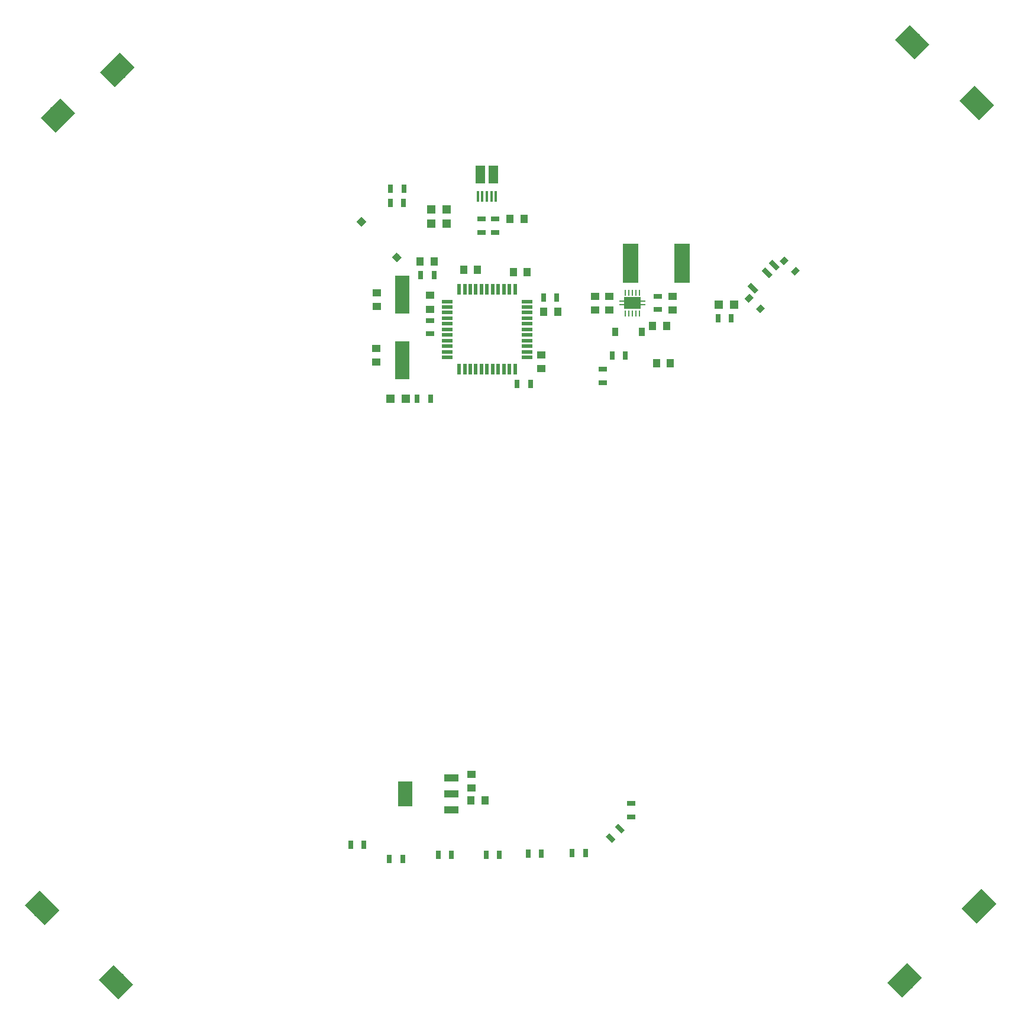
<source format=gbr>
G04 #@! TF.GenerationSoftware,KiCad,Pcbnew,(5.0.0-rc2-dev-26-g0d794b2)*
G04 #@! TF.CreationDate,2018-07-01T20:50:17-07:00*
G04 #@! TF.ProjectId,Skull_badge,536B756C6C5F62616467652E6B696361,rev?*
G04 #@! TF.SameCoordinates,Original*
G04 #@! TF.FileFunction,Paste,Top*
G04 #@! TF.FilePolarity,Positive*
%FSLAX46Y46*%
G04 Gerber Fmt 4.6, Leading zero omitted, Abs format (unit mm)*
G04 Created by KiCad (PCBNEW (5.0.0-rc2-dev-26-g0d794b2)) date Sunday, July 01, 2018 at 08:50:17 PM*
%MOMM*%
%LPD*%
G01*
G04 APERTURE LIST*
%ADD10R,2.300000X5.600000*%
%ADD11R,0.400000X1.650000*%
%ADD12R,1.430000X2.500000*%
%ADD13R,1.000000X1.250000*%
%ADD14R,1.250000X1.000000*%
%ADD15R,0.700000X1.300000*%
%ADD16C,0.700000*%
%ADD17C,0.100000*%
%ADD18R,1.300000X0.700000*%
%ADD19R,0.550000X1.500000*%
%ADD20R,1.500000X0.550000*%
%ADD21R,1.998980X5.499100*%
%ADD22R,1.200000X1.200000*%
%ADD23C,1.000760*%
%ADD24C,3.000000*%
%ADD25R,0.280000X0.850000*%
%ADD26R,1.200000X0.825000*%
%ADD27R,0.700000X0.280000*%
%ADD28R,0.900000X1.300000*%
%ADD29R,2.032000X3.657600*%
%ADD30R,2.032000X1.016000*%
%ADD31C,0.800000*%
G04 APERTURE END LIST*
D10*
X152354113Y-86707157D03*
X144954113Y-86707157D03*
D11*
X125662000Y-77102500D03*
X125012000Y-77102500D03*
X124362000Y-77102500D03*
X123712000Y-77102500D03*
X123062000Y-77102500D03*
D12*
X125322000Y-73982500D03*
X123402000Y-73982500D03*
D13*
X114800000Y-86450000D03*
X116800000Y-86450000D03*
D14*
X108550000Y-98850000D03*
X108550000Y-100850000D03*
X108650000Y-92900000D03*
X108650000Y-90900000D03*
X132200000Y-101800000D03*
X132200000Y-99800000D03*
X116250000Y-93300000D03*
X116250000Y-91300000D03*
D13*
X123050000Y-87600000D03*
X121050000Y-87600000D03*
X132500000Y-93600000D03*
X134500000Y-93600000D03*
D15*
X106798613Y-169934657D03*
X104898613Y-169934657D03*
X112323113Y-171966657D03*
X110423113Y-171966657D03*
X119308113Y-171395157D03*
X117408113Y-171395157D03*
X126166113Y-171395157D03*
X124266113Y-171395157D03*
X132198613Y-171204657D03*
X130298613Y-171204657D03*
X138485113Y-171077657D03*
X136585113Y-171077657D03*
D16*
X143413864Y-167611906D03*
D17*
G36*
X143201732Y-166904799D02*
X144120971Y-167824038D01*
X143625996Y-168319013D01*
X142706757Y-167399774D01*
X143201732Y-166904799D01*
X143201732Y-166904799D01*
G37*
D16*
X142070362Y-168955408D03*
D17*
G36*
X141858230Y-168248301D02*
X142777469Y-169167540D01*
X142282494Y-169662515D01*
X141363255Y-168743276D01*
X141858230Y-168248301D01*
X141858230Y-168248301D01*
G37*
D18*
X145050000Y-165900000D03*
X145050000Y-164000000D03*
D15*
X114900000Y-88400000D03*
X116800000Y-88400000D03*
D18*
X116250000Y-96800000D03*
X116250000Y-94900000D03*
X123600000Y-82250000D03*
X123600000Y-80350000D03*
X125600000Y-82250000D03*
X125600000Y-80350000D03*
D15*
X130600000Y-104000000D03*
X128700000Y-104000000D03*
D19*
X128400000Y-90450000D03*
X127600000Y-90450000D03*
X126800000Y-90450000D03*
X126000000Y-90450000D03*
X125200000Y-90450000D03*
X124400000Y-90450000D03*
X123600000Y-90450000D03*
X122800000Y-90450000D03*
X122000000Y-90450000D03*
X121200000Y-90450000D03*
X120400000Y-90450000D03*
D20*
X118700000Y-92150000D03*
X118700000Y-92950000D03*
X118700000Y-93750000D03*
X118700000Y-94550000D03*
X118700000Y-95350000D03*
X118700000Y-96150000D03*
X118700000Y-96950000D03*
X118700000Y-97750000D03*
X118700000Y-98550000D03*
X118700000Y-99350000D03*
X118700000Y-100150000D03*
D19*
X120400000Y-101850000D03*
X121200000Y-101850000D03*
X122000000Y-101850000D03*
X122800000Y-101850000D03*
X123600000Y-101850000D03*
X124400000Y-101850000D03*
X125200000Y-101850000D03*
X126000000Y-101850000D03*
X126800000Y-101850000D03*
X127600000Y-101850000D03*
X128400000Y-101850000D03*
D20*
X130100000Y-100150000D03*
X130100000Y-99350000D03*
X130100000Y-98550000D03*
X130100000Y-97750000D03*
X130100000Y-96950000D03*
X130100000Y-96150000D03*
X130100000Y-95350000D03*
X130100000Y-94550000D03*
X130100000Y-93750000D03*
X130100000Y-92950000D03*
X130100000Y-92150000D03*
D13*
X148654113Y-100982157D03*
X150654113Y-100982157D03*
D21*
X112300000Y-100549000D03*
X112300000Y-91151000D03*
D13*
X128150000Y-87950000D03*
X130150000Y-87950000D03*
D15*
X112479113Y-76057157D03*
X110579113Y-76057157D03*
X112454113Y-78057157D03*
X110554113Y-78057157D03*
X159348000Y-94525500D03*
X157448000Y-94525500D03*
X114397500Y-106082500D03*
X116297500Y-106082500D03*
D13*
X127675000Y-80325000D03*
X129675000Y-80325000D03*
D22*
X112741500Y-106082500D03*
X110541500Y-106082500D03*
X159795000Y-92620500D03*
X157595000Y-92620500D03*
X116400000Y-81000000D03*
X118600000Y-81000000D03*
X116400000Y-79000000D03*
X118600000Y-79000000D03*
D23*
X106395595Y-80741595D03*
D17*
G36*
X105687951Y-80741595D02*
X106395595Y-80033951D01*
X107103239Y-80741595D01*
X106395595Y-81449239D01*
X105687951Y-80741595D01*
X105687951Y-80741595D01*
G37*
D23*
X111485605Y-85831605D03*
D17*
G36*
X110777961Y-85831605D02*
X111485605Y-85123961D01*
X112193249Y-85831605D01*
X111485605Y-86539249D01*
X110777961Y-85831605D01*
X110777961Y-85831605D01*
G37*
D13*
X148085300Y-95694500D03*
X150085300Y-95694500D03*
D14*
X150939500Y-91392500D03*
X150939500Y-93392500D03*
X141909800Y-93417900D03*
X141909800Y-91417900D03*
X139865100Y-93405200D03*
X139865100Y-91405200D03*
D24*
X71500000Y-59000001D03*
D17*
G36*
X71146447Y-61474875D02*
X69025126Y-59353554D01*
X71853553Y-56525127D01*
X73974874Y-58646448D01*
X71146447Y-61474875D01*
X71146447Y-61474875D01*
G37*
D24*
X63000000Y-65500000D03*
D17*
G36*
X62646447Y-67974874D02*
X60525126Y-65853553D01*
X63353553Y-63025126D01*
X65474874Y-65146447D01*
X62646447Y-67974874D01*
X62646447Y-67974874D01*
G37*
D24*
X184196699Y-189303301D03*
D17*
G36*
X184550252Y-186828427D02*
X186671573Y-188949748D01*
X183843146Y-191778175D01*
X181721825Y-189656854D01*
X184550252Y-186828427D01*
X184550252Y-186828427D01*
G37*
D24*
X194803301Y-178696699D03*
D17*
G36*
X195156854Y-176221825D02*
X197278175Y-178343146D01*
X194449748Y-181171573D01*
X192328427Y-179050252D01*
X195156854Y-176221825D01*
X195156854Y-176221825D01*
G37*
D24*
X71303301Y-189553301D03*
D17*
G36*
X68828427Y-189199748D02*
X70949748Y-187078427D01*
X73778175Y-189906854D01*
X71656854Y-192028175D01*
X68828427Y-189199748D01*
X68828427Y-189199748D01*
G37*
D24*
X60696699Y-178946699D03*
D17*
G36*
X58221825Y-178593146D02*
X60343146Y-176471825D01*
X63171573Y-179300252D01*
X61050252Y-181421573D01*
X58221825Y-178593146D01*
X58221825Y-178593146D01*
G37*
D24*
X185250000Y-55000000D03*
D17*
G36*
X187724874Y-55353553D02*
X185603553Y-57474874D01*
X182775126Y-54646447D01*
X184896447Y-52525126D01*
X187724874Y-55353553D01*
X187724874Y-55353553D01*
G37*
D24*
X194500000Y-63750000D03*
D17*
G36*
X196974874Y-64103553D02*
X194853553Y-66224874D01*
X192025126Y-63396447D01*
X194146447Y-61275126D01*
X196974874Y-64103553D01*
X196974874Y-64103553D01*
G37*
D15*
X134400000Y-91600000D03*
X132500000Y-91600000D03*
D18*
X148869400Y-91429800D03*
X148869400Y-93329800D03*
D25*
X144214900Y-93848700D03*
X144714900Y-93848700D03*
X145214900Y-93848700D03*
X145714900Y-93848700D03*
X146214900Y-93848700D03*
X146214900Y-90898700D03*
X145714900Y-90898700D03*
X145214900Y-90898700D03*
X144714900Y-90898700D03*
X144214900Y-90898700D03*
D26*
X144614900Y-92786200D03*
X145814900Y-92786200D03*
X144614900Y-91961200D03*
X145814900Y-91961200D03*
D27*
X143664900Y-92623700D03*
X146764900Y-92623700D03*
X143664900Y-92123700D03*
X146764900Y-92123700D03*
D28*
X146578400Y-96469200D03*
X142778400Y-96469200D03*
D14*
X122200000Y-159800000D03*
X122200000Y-161800000D03*
D13*
X122100000Y-163600000D03*
X124100000Y-163600000D03*
D29*
X112700000Y-162600000D03*
D30*
X119304000Y-162600000D03*
X119304000Y-160314000D03*
X119304000Y-164886000D03*
D15*
X142304113Y-99882157D03*
X144204113Y-99882157D03*
D16*
X162429805Y-90214845D03*
D17*
G36*
X162742298Y-90981231D02*
X161641703Y-89962069D01*
X162117312Y-89448459D01*
X163217907Y-90467621D01*
X162742298Y-90981231D01*
X162742298Y-90981231D01*
G37*
D16*
X164468129Y-88013656D03*
D17*
G36*
X164780622Y-88780042D02*
X163680027Y-87760880D01*
X164155636Y-87247270D01*
X165256231Y-88266432D01*
X164780622Y-88780042D01*
X164780622Y-88780042D01*
G37*
D16*
X165487291Y-86913061D03*
D17*
G36*
X165799784Y-87679447D02*
X164699189Y-86660285D01*
X165174798Y-86146675D01*
X166275393Y-87165837D01*
X165799784Y-87679447D01*
X165799784Y-87679447D01*
G37*
D31*
X163569717Y-93178475D03*
D17*
G36*
X163523488Y-93817116D02*
X162936504Y-93273563D01*
X163615946Y-92539834D01*
X164202930Y-93083387D01*
X163523488Y-93817116D01*
X163523488Y-93817116D01*
G37*
D31*
X168529639Y-87822247D03*
D17*
G36*
X168483410Y-88460888D02*
X167896426Y-87917335D01*
X168575868Y-87183606D01*
X169162852Y-87727159D01*
X168483410Y-88460888D01*
X168483410Y-88460888D01*
G37*
D31*
X166915433Y-86327476D03*
D17*
G36*
X166869204Y-86966117D02*
X166282220Y-86422564D01*
X166961662Y-85688835D01*
X167548646Y-86232388D01*
X166869204Y-86966117D01*
X166869204Y-86966117D01*
G37*
D31*
X161955512Y-91683704D03*
D17*
G36*
X161909283Y-92322345D02*
X161322299Y-91778792D01*
X162001741Y-91045063D01*
X162588725Y-91588616D01*
X161909283Y-92322345D01*
X161909283Y-92322345D01*
G37*
D18*
X140929113Y-103782157D03*
X140929113Y-101882157D03*
M02*

</source>
